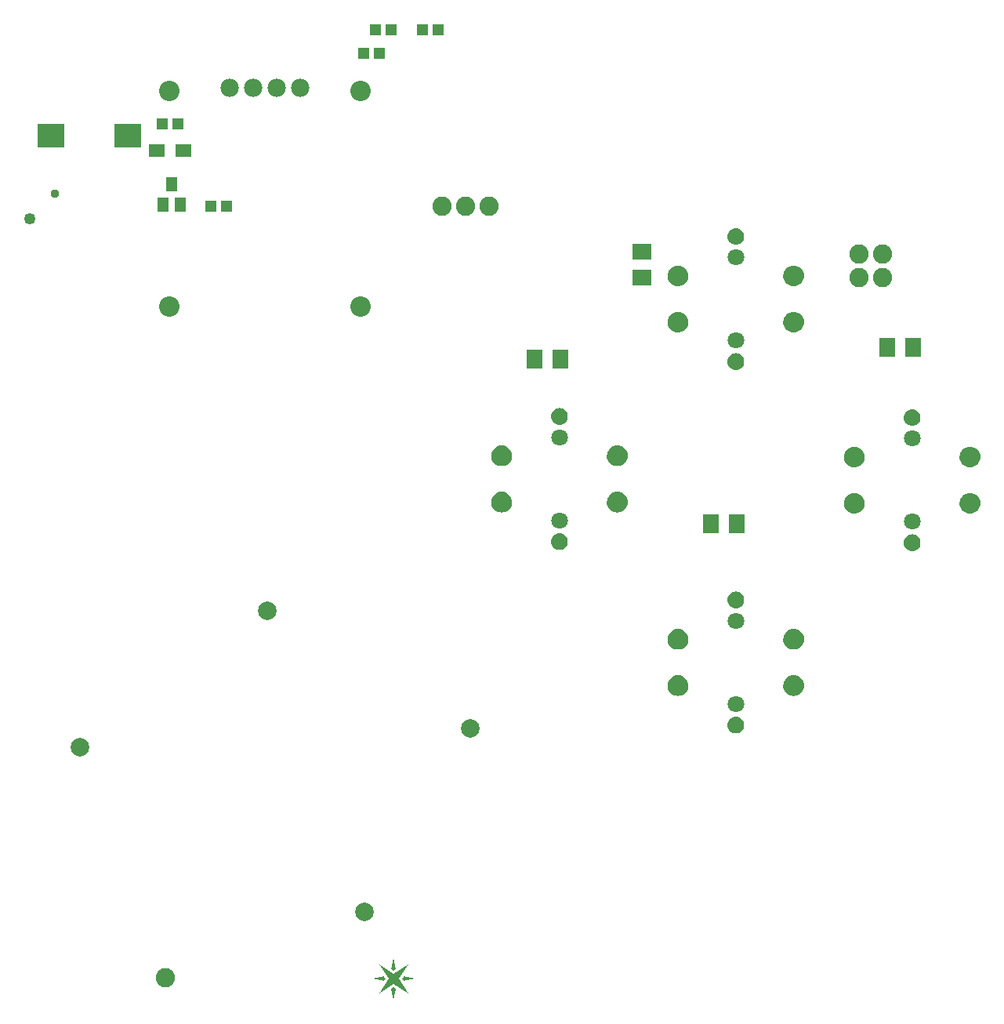
<source format=gbr>
G04 EAGLE Gerber X2 export*
%TF.Part,Single*%
%TF.FileFunction,Soldermask,Bot,1*%
%TF.FilePolarity,Negative*%
%TF.GenerationSoftware,Autodesk,EAGLE,9.1.3*%
%TF.CreationDate,2018-09-06T20:15:37Z*%
G75*
%MOMM*%
%FSLAX34Y34*%
%LPD*%
%AMOC8*
5,1,8,0,0,1.08239X$1,22.5*%
G01*
%ADD10C,1.803200*%
%ADD11R,1.303200X1.203200*%
%ADD12C,2.082800*%
%ADD13C,0.953200*%
%ADD14C,1.253200*%
%ADD15R,1.803200X2.003200*%
%ADD16R,2.003200X1.803200*%
%ADD17C,1.981200*%
%ADD18C,2.203200*%
%ADD19C,2.003200*%
%ADD20R,1.703200X1.403200*%
%ADD21R,2.913200X2.613200*%
%ADD22R,1.203200X1.603200*%

G36*
X1018924Y582460D02*
X1018924Y582460D01*
X1018967Y582472D01*
X1019033Y582479D01*
X1020829Y582961D01*
X1020846Y582969D01*
X1020852Y582970D01*
X1020866Y582978D01*
X1020869Y582980D01*
X1020933Y582999D01*
X1022618Y583784D01*
X1022655Y583810D01*
X1022714Y583840D01*
X1024237Y584906D01*
X1024268Y584938D01*
X1024322Y584977D01*
X1025637Y586292D01*
X1025662Y586329D01*
X1025708Y586377D01*
X1026774Y587900D01*
X1026793Y587941D01*
X1026830Y587996D01*
X1027615Y589681D01*
X1027627Y589724D01*
X1027653Y589785D01*
X1028135Y591581D01*
X1028138Y591626D01*
X1028154Y591690D01*
X1028316Y593543D01*
X1028311Y593591D01*
X1028314Y593668D01*
X1028087Y595722D01*
X1028082Y595740D01*
X1028081Y595746D01*
X1028076Y595759D01*
X1028073Y595768D01*
X1028061Y595843D01*
X1027438Y597814D01*
X1027415Y597856D01*
X1027389Y597928D01*
X1026393Y599739D01*
X1026384Y599749D01*
X1026380Y599759D01*
X1026358Y599783D01*
X1026322Y599841D01*
X1024992Y601423D01*
X1024955Y601453D01*
X1024903Y601510D01*
X1023290Y602801D01*
X1023248Y602824D01*
X1023186Y602869D01*
X1021352Y603821D01*
X1021306Y603835D01*
X1021236Y603867D01*
X1019252Y604443D01*
X1019204Y604448D01*
X1019129Y604466D01*
X1017071Y604644D01*
X1017027Y604640D01*
X1016961Y604644D01*
X1014903Y604466D01*
X1014856Y604454D01*
X1014780Y604443D01*
X1012796Y603867D01*
X1012752Y603846D01*
X1012680Y603821D01*
X1010846Y602869D01*
X1010808Y602840D01*
X1010742Y602801D01*
X1009129Y601510D01*
X1009097Y601473D01*
X1009040Y601423D01*
X1007710Y599841D01*
X1007686Y599799D01*
X1007639Y599739D01*
X1006643Y597928D01*
X1006628Y597882D01*
X1006594Y597814D01*
X1005971Y595843D01*
X1005964Y595796D01*
X1005945Y595722D01*
X1005718Y593668D01*
X1005721Y593620D01*
X1005716Y593543D01*
X1005878Y591690D01*
X1005890Y591647D01*
X1005897Y591581D01*
X1006379Y589785D01*
X1006398Y589745D01*
X1006417Y589681D01*
X1007202Y587996D01*
X1007228Y587959D01*
X1007258Y587900D01*
X1008324Y586377D01*
X1008356Y586346D01*
X1008395Y586292D01*
X1009710Y584977D01*
X1009747Y584952D01*
X1009795Y584906D01*
X1011318Y583840D01*
X1011359Y583821D01*
X1011414Y583784D01*
X1013099Y582999D01*
X1013142Y582987D01*
X1013203Y582961D01*
X1014999Y582479D01*
X1015044Y582476D01*
X1015108Y582460D01*
X1016961Y582298D01*
X1017005Y582302D01*
X1017071Y582298D01*
X1018924Y582460D01*
G37*
G36*
X953392Y828078D02*
X953392Y828078D01*
X953435Y828090D01*
X953501Y828097D01*
X955297Y828579D01*
X955314Y828587D01*
X955320Y828588D01*
X955334Y828596D01*
X955337Y828598D01*
X955401Y828617D01*
X957086Y829402D01*
X957123Y829428D01*
X957182Y829458D01*
X958705Y830524D01*
X958736Y830556D01*
X958790Y830595D01*
X960105Y831910D01*
X960130Y831947D01*
X960176Y831995D01*
X961242Y833518D01*
X961261Y833559D01*
X961298Y833614D01*
X962083Y835299D01*
X962095Y835342D01*
X962121Y835403D01*
X962603Y837199D01*
X962606Y837244D01*
X962622Y837308D01*
X962784Y839161D01*
X962779Y839209D01*
X962782Y839286D01*
X962555Y841340D01*
X962550Y841358D01*
X962549Y841364D01*
X962544Y841377D01*
X962541Y841386D01*
X962529Y841461D01*
X961906Y843432D01*
X961883Y843474D01*
X961857Y843546D01*
X960861Y845357D01*
X960852Y845367D01*
X960848Y845377D01*
X960826Y845401D01*
X960790Y845459D01*
X959460Y847041D01*
X959423Y847071D01*
X959371Y847128D01*
X957758Y848419D01*
X957716Y848442D01*
X957654Y848487D01*
X955820Y849439D01*
X955774Y849453D01*
X955704Y849485D01*
X953720Y850061D01*
X953672Y850066D01*
X953597Y850084D01*
X951539Y850262D01*
X951495Y850258D01*
X951429Y850262D01*
X949371Y850084D01*
X949324Y850072D01*
X949248Y850061D01*
X947264Y849485D01*
X947220Y849464D01*
X947148Y849439D01*
X945314Y848487D01*
X945276Y848458D01*
X945210Y848419D01*
X943597Y847128D01*
X943565Y847091D01*
X943508Y847041D01*
X942178Y845459D01*
X942154Y845417D01*
X942107Y845357D01*
X941111Y843546D01*
X941096Y843500D01*
X941062Y843432D01*
X940439Y841461D01*
X940432Y841414D01*
X940413Y841340D01*
X940186Y839286D01*
X940189Y839238D01*
X940184Y839161D01*
X940346Y837308D01*
X940358Y837265D01*
X940365Y837199D01*
X940847Y835403D01*
X940866Y835363D01*
X940885Y835299D01*
X941670Y833614D01*
X941696Y833577D01*
X941726Y833518D01*
X942792Y831995D01*
X942824Y831964D01*
X942863Y831910D01*
X944178Y830595D01*
X944215Y830570D01*
X944263Y830524D01*
X945786Y829458D01*
X945827Y829439D01*
X945882Y829402D01*
X947567Y828617D01*
X947610Y828605D01*
X947671Y828579D01*
X949467Y828097D01*
X949512Y828094D01*
X949576Y828078D01*
X951429Y827916D01*
X951473Y827920D01*
X951539Y827916D01*
X953392Y828078D01*
G37*
G36*
X828424Y828078D02*
X828424Y828078D01*
X828467Y828090D01*
X828533Y828097D01*
X830329Y828579D01*
X830346Y828587D01*
X830352Y828588D01*
X830366Y828596D01*
X830369Y828598D01*
X830433Y828617D01*
X832118Y829402D01*
X832155Y829428D01*
X832214Y829458D01*
X833737Y830524D01*
X833768Y830556D01*
X833822Y830595D01*
X835137Y831910D01*
X835162Y831947D01*
X835208Y831995D01*
X836274Y833518D01*
X836293Y833559D01*
X836330Y833614D01*
X837115Y835299D01*
X837127Y835342D01*
X837153Y835403D01*
X837635Y837199D01*
X837638Y837244D01*
X837654Y837308D01*
X837816Y839161D01*
X837811Y839209D01*
X837814Y839286D01*
X837587Y841340D01*
X837582Y841358D01*
X837581Y841364D01*
X837576Y841377D01*
X837573Y841386D01*
X837561Y841461D01*
X836938Y843432D01*
X836915Y843474D01*
X836889Y843546D01*
X835893Y845357D01*
X835884Y845367D01*
X835880Y845377D01*
X835858Y845401D01*
X835822Y845459D01*
X834492Y847041D01*
X834455Y847071D01*
X834403Y847128D01*
X832790Y848419D01*
X832748Y848442D01*
X832686Y848487D01*
X830852Y849439D01*
X830806Y849453D01*
X830736Y849485D01*
X828752Y850061D01*
X828704Y850066D01*
X828629Y850084D01*
X826571Y850262D01*
X826527Y850258D01*
X826461Y850262D01*
X824403Y850084D01*
X824356Y850072D01*
X824280Y850061D01*
X822296Y849485D01*
X822252Y849464D01*
X822180Y849439D01*
X820346Y848487D01*
X820308Y848458D01*
X820242Y848419D01*
X818629Y847128D01*
X818597Y847091D01*
X818540Y847041D01*
X817210Y845459D01*
X817186Y845417D01*
X817139Y845357D01*
X816143Y843546D01*
X816128Y843500D01*
X816094Y843432D01*
X815471Y841461D01*
X815464Y841414D01*
X815445Y841340D01*
X815218Y839286D01*
X815221Y839238D01*
X815216Y839161D01*
X815378Y837308D01*
X815390Y837265D01*
X815397Y837199D01*
X815879Y835403D01*
X815898Y835363D01*
X815917Y835299D01*
X816702Y833614D01*
X816728Y833577D01*
X816758Y833518D01*
X817824Y831995D01*
X817856Y831964D01*
X817895Y831910D01*
X819210Y830595D01*
X819247Y830570D01*
X819295Y830524D01*
X820818Y829458D01*
X820859Y829439D01*
X820914Y829402D01*
X822599Y828617D01*
X822642Y828605D01*
X822703Y828579D01*
X824499Y828097D01*
X824544Y828094D01*
X824608Y828078D01*
X826461Y827916D01*
X826505Y827920D01*
X826571Y827916D01*
X828424Y828078D01*
G37*
G36*
X953392Y778040D02*
X953392Y778040D01*
X953435Y778052D01*
X953501Y778059D01*
X955297Y778541D01*
X955314Y778549D01*
X955320Y778550D01*
X955334Y778558D01*
X955337Y778560D01*
X955401Y778579D01*
X957086Y779364D01*
X957123Y779390D01*
X957182Y779420D01*
X958705Y780486D01*
X958736Y780518D01*
X958790Y780557D01*
X960105Y781872D01*
X960130Y781909D01*
X960176Y781957D01*
X961242Y783480D01*
X961261Y783521D01*
X961298Y783576D01*
X962083Y785261D01*
X962095Y785304D01*
X962121Y785365D01*
X962603Y787161D01*
X962606Y787206D01*
X962622Y787270D01*
X962784Y789123D01*
X962779Y789171D01*
X962782Y789248D01*
X962555Y791302D01*
X962550Y791320D01*
X962549Y791326D01*
X962544Y791339D01*
X962541Y791348D01*
X962529Y791423D01*
X961906Y793394D01*
X961883Y793436D01*
X961857Y793508D01*
X960861Y795319D01*
X960852Y795329D01*
X960848Y795339D01*
X960826Y795363D01*
X960790Y795421D01*
X959460Y797003D01*
X959423Y797033D01*
X959371Y797090D01*
X957758Y798381D01*
X957716Y798404D01*
X957654Y798449D01*
X955820Y799401D01*
X955774Y799415D01*
X955704Y799447D01*
X953720Y800023D01*
X953672Y800028D01*
X953597Y800046D01*
X951539Y800224D01*
X951495Y800220D01*
X951429Y800224D01*
X949371Y800046D01*
X949324Y800034D01*
X949248Y800023D01*
X947264Y799447D01*
X947220Y799426D01*
X947148Y799401D01*
X945314Y798449D01*
X945276Y798420D01*
X945210Y798381D01*
X943597Y797090D01*
X943565Y797053D01*
X943508Y797003D01*
X942178Y795421D01*
X942154Y795379D01*
X942107Y795319D01*
X941111Y793508D01*
X941096Y793462D01*
X941062Y793394D01*
X940439Y791423D01*
X940432Y791376D01*
X940413Y791302D01*
X940186Y789248D01*
X940189Y789200D01*
X940184Y789123D01*
X940346Y787270D01*
X940358Y787227D01*
X940365Y787161D01*
X940847Y785365D01*
X940866Y785325D01*
X940885Y785261D01*
X941670Y783576D01*
X941696Y783539D01*
X941726Y783480D01*
X942792Y781957D01*
X942824Y781926D01*
X942863Y781872D01*
X944178Y780557D01*
X944215Y780532D01*
X944263Y780486D01*
X945786Y779420D01*
X945827Y779401D01*
X945882Y779364D01*
X947567Y778579D01*
X947610Y778567D01*
X947671Y778541D01*
X949467Y778059D01*
X949512Y778056D01*
X949576Y778040D01*
X951429Y777878D01*
X951473Y777882D01*
X951539Y777878D01*
X953392Y778040D01*
G37*
G36*
X828424Y778040D02*
X828424Y778040D01*
X828467Y778052D01*
X828533Y778059D01*
X830329Y778541D01*
X830346Y778549D01*
X830352Y778550D01*
X830366Y778558D01*
X830369Y778560D01*
X830433Y778579D01*
X832118Y779364D01*
X832155Y779390D01*
X832214Y779420D01*
X833737Y780486D01*
X833768Y780518D01*
X833822Y780557D01*
X835137Y781872D01*
X835162Y781909D01*
X835208Y781957D01*
X836274Y783480D01*
X836293Y783521D01*
X836330Y783576D01*
X837115Y785261D01*
X837127Y785304D01*
X837153Y785365D01*
X837635Y787161D01*
X837638Y787206D01*
X837654Y787270D01*
X837816Y789123D01*
X837811Y789171D01*
X837814Y789248D01*
X837587Y791302D01*
X837582Y791320D01*
X837581Y791326D01*
X837576Y791339D01*
X837573Y791348D01*
X837561Y791423D01*
X836938Y793394D01*
X836915Y793436D01*
X836889Y793508D01*
X835893Y795319D01*
X835884Y795329D01*
X835880Y795339D01*
X835858Y795363D01*
X835822Y795421D01*
X834492Y797003D01*
X834455Y797033D01*
X834403Y797090D01*
X832790Y798381D01*
X832748Y798404D01*
X832686Y798449D01*
X830852Y799401D01*
X830806Y799415D01*
X830736Y799447D01*
X828752Y800023D01*
X828704Y800028D01*
X828629Y800046D01*
X826571Y800224D01*
X826527Y800220D01*
X826461Y800224D01*
X824403Y800046D01*
X824356Y800034D01*
X824280Y800023D01*
X822296Y799447D01*
X822252Y799426D01*
X822180Y799401D01*
X820346Y798449D01*
X820308Y798420D01*
X820242Y798381D01*
X818629Y797090D01*
X818597Y797053D01*
X818540Y797003D01*
X817210Y795421D01*
X817186Y795379D01*
X817139Y795319D01*
X816143Y793508D01*
X816128Y793462D01*
X816094Y793394D01*
X815471Y791423D01*
X815464Y791376D01*
X815445Y791302D01*
X815218Y789248D01*
X815221Y789200D01*
X815216Y789123D01*
X815378Y787270D01*
X815390Y787227D01*
X815397Y787161D01*
X815879Y785365D01*
X815898Y785325D01*
X815917Y785261D01*
X816702Y783576D01*
X816728Y783539D01*
X816758Y783480D01*
X817824Y781957D01*
X817856Y781926D01*
X817895Y781872D01*
X819210Y780557D01*
X819247Y780532D01*
X819295Y780486D01*
X820818Y779420D01*
X820859Y779401D01*
X820914Y779364D01*
X822599Y778579D01*
X822642Y778567D01*
X822703Y778541D01*
X824499Y778059D01*
X824544Y778056D01*
X824608Y778040D01*
X826461Y777878D01*
X826505Y777882D01*
X826571Y777878D01*
X828424Y778040D01*
G37*
G36*
X953392Y435648D02*
X953392Y435648D01*
X953435Y435660D01*
X953501Y435667D01*
X955297Y436149D01*
X955314Y436157D01*
X955320Y436158D01*
X955334Y436166D01*
X955337Y436168D01*
X955401Y436187D01*
X957086Y436972D01*
X957123Y436998D01*
X957182Y437028D01*
X958705Y438094D01*
X958736Y438126D01*
X958790Y438165D01*
X960105Y439480D01*
X960130Y439517D01*
X960176Y439565D01*
X961242Y441088D01*
X961261Y441129D01*
X961298Y441184D01*
X962083Y442869D01*
X962095Y442912D01*
X962121Y442973D01*
X962603Y444769D01*
X962606Y444814D01*
X962622Y444878D01*
X962784Y446731D01*
X962779Y446779D01*
X962782Y446856D01*
X962555Y448910D01*
X962550Y448928D01*
X962549Y448934D01*
X962544Y448947D01*
X962541Y448956D01*
X962529Y449031D01*
X961906Y451002D01*
X961883Y451044D01*
X961857Y451116D01*
X960861Y452927D01*
X960852Y452937D01*
X960848Y452947D01*
X960826Y452971D01*
X960790Y453029D01*
X959460Y454611D01*
X959423Y454641D01*
X959371Y454698D01*
X957758Y455989D01*
X957716Y456012D01*
X957654Y456057D01*
X955820Y457009D01*
X955774Y457023D01*
X955704Y457055D01*
X953720Y457631D01*
X953672Y457636D01*
X953597Y457654D01*
X951539Y457832D01*
X951495Y457828D01*
X951429Y457832D01*
X949371Y457654D01*
X949324Y457642D01*
X949248Y457631D01*
X947264Y457055D01*
X947220Y457034D01*
X947148Y457009D01*
X945314Y456057D01*
X945276Y456028D01*
X945210Y455989D01*
X943597Y454698D01*
X943565Y454661D01*
X943508Y454611D01*
X942178Y453029D01*
X942154Y452987D01*
X942107Y452927D01*
X941111Y451116D01*
X941096Y451070D01*
X941062Y451002D01*
X940439Y449031D01*
X940432Y448984D01*
X940413Y448910D01*
X940186Y446856D01*
X940189Y446808D01*
X940184Y446731D01*
X940346Y444878D01*
X940358Y444835D01*
X940365Y444769D01*
X940847Y442973D01*
X940866Y442933D01*
X940885Y442869D01*
X941670Y441184D01*
X941696Y441147D01*
X941726Y441088D01*
X942792Y439565D01*
X942824Y439534D01*
X942863Y439480D01*
X944178Y438165D01*
X944215Y438140D01*
X944263Y438094D01*
X945786Y437028D01*
X945827Y437009D01*
X945882Y436972D01*
X947567Y436187D01*
X947610Y436175D01*
X947671Y436149D01*
X949467Y435667D01*
X949512Y435664D01*
X949576Y435648D01*
X951429Y435486D01*
X951473Y435490D01*
X951539Y435486D01*
X953392Y435648D01*
G37*
G36*
X828424Y385610D02*
X828424Y385610D01*
X828467Y385622D01*
X828533Y385629D01*
X830329Y386111D01*
X830346Y386119D01*
X830352Y386120D01*
X830366Y386128D01*
X830369Y386130D01*
X830433Y386149D01*
X832118Y386934D01*
X832155Y386960D01*
X832214Y386990D01*
X833737Y388056D01*
X833768Y388088D01*
X833822Y388127D01*
X835137Y389442D01*
X835162Y389479D01*
X835208Y389527D01*
X836274Y391050D01*
X836293Y391091D01*
X836330Y391146D01*
X837115Y392831D01*
X837127Y392874D01*
X837153Y392935D01*
X837635Y394731D01*
X837638Y394776D01*
X837654Y394840D01*
X837816Y396693D01*
X837811Y396741D01*
X837814Y396818D01*
X837587Y398872D01*
X837582Y398890D01*
X837581Y398896D01*
X837576Y398909D01*
X837573Y398918D01*
X837561Y398993D01*
X836938Y400964D01*
X836915Y401006D01*
X836889Y401078D01*
X835893Y402889D01*
X835884Y402899D01*
X835880Y402909D01*
X835858Y402933D01*
X835822Y402991D01*
X834492Y404573D01*
X834455Y404603D01*
X834403Y404660D01*
X832790Y405951D01*
X832748Y405974D01*
X832686Y406019D01*
X830852Y406971D01*
X830806Y406985D01*
X830736Y407017D01*
X828752Y407593D01*
X828704Y407598D01*
X828629Y407616D01*
X826571Y407794D01*
X826527Y407790D01*
X826461Y407794D01*
X824403Y407616D01*
X824356Y407604D01*
X824280Y407593D01*
X822296Y407017D01*
X822252Y406996D01*
X822180Y406971D01*
X820346Y406019D01*
X820308Y405990D01*
X820242Y405951D01*
X818629Y404660D01*
X818597Y404623D01*
X818540Y404573D01*
X817210Y402991D01*
X817186Y402949D01*
X817139Y402889D01*
X816143Y401078D01*
X816128Y401032D01*
X816094Y400964D01*
X815471Y398993D01*
X815464Y398946D01*
X815445Y398872D01*
X815218Y396818D01*
X815221Y396770D01*
X815216Y396693D01*
X815378Y394840D01*
X815390Y394797D01*
X815397Y394731D01*
X815879Y392935D01*
X815898Y392895D01*
X815917Y392831D01*
X816702Y391146D01*
X816728Y391109D01*
X816758Y391050D01*
X817824Y389527D01*
X817856Y389496D01*
X817895Y389442D01*
X819210Y388127D01*
X819247Y388102D01*
X819295Y388056D01*
X820818Y386990D01*
X820859Y386971D01*
X820914Y386934D01*
X822599Y386149D01*
X822642Y386137D01*
X822703Y386111D01*
X824499Y385629D01*
X824544Y385626D01*
X824608Y385610D01*
X826461Y385448D01*
X826505Y385452D01*
X826571Y385448D01*
X828424Y385610D01*
G37*
G36*
X953392Y385610D02*
X953392Y385610D01*
X953435Y385622D01*
X953501Y385629D01*
X955297Y386111D01*
X955314Y386119D01*
X955320Y386120D01*
X955334Y386128D01*
X955337Y386130D01*
X955401Y386149D01*
X957086Y386934D01*
X957123Y386960D01*
X957182Y386990D01*
X958705Y388056D01*
X958736Y388088D01*
X958790Y388127D01*
X960105Y389442D01*
X960130Y389479D01*
X960176Y389527D01*
X961242Y391050D01*
X961261Y391091D01*
X961298Y391146D01*
X962083Y392831D01*
X962095Y392874D01*
X962121Y392935D01*
X962603Y394731D01*
X962606Y394776D01*
X962622Y394840D01*
X962784Y396693D01*
X962779Y396741D01*
X962782Y396818D01*
X962555Y398872D01*
X962550Y398890D01*
X962549Y398896D01*
X962544Y398909D01*
X962541Y398918D01*
X962529Y398993D01*
X961906Y400964D01*
X961883Y401006D01*
X961857Y401078D01*
X960861Y402889D01*
X960852Y402899D01*
X960848Y402909D01*
X960826Y402933D01*
X960790Y402991D01*
X959460Y404573D01*
X959423Y404603D01*
X959371Y404660D01*
X957758Y405951D01*
X957716Y405974D01*
X957654Y406019D01*
X955820Y406971D01*
X955774Y406985D01*
X955704Y407017D01*
X953720Y407593D01*
X953672Y407598D01*
X953597Y407616D01*
X951539Y407794D01*
X951495Y407790D01*
X951429Y407794D01*
X949371Y407616D01*
X949324Y407604D01*
X949248Y407593D01*
X947264Y407017D01*
X947220Y406996D01*
X947148Y406971D01*
X945314Y406019D01*
X945276Y405990D01*
X945210Y405951D01*
X943597Y404660D01*
X943565Y404623D01*
X943508Y404573D01*
X942178Y402991D01*
X942154Y402949D01*
X942107Y402889D01*
X941111Y401078D01*
X941096Y401032D01*
X941062Y400964D01*
X940439Y398993D01*
X940432Y398946D01*
X940413Y398872D01*
X940186Y396818D01*
X940189Y396770D01*
X940184Y396693D01*
X940346Y394840D01*
X940358Y394797D01*
X940365Y394731D01*
X940847Y392935D01*
X940866Y392895D01*
X940885Y392831D01*
X941670Y391146D01*
X941696Y391109D01*
X941726Y391050D01*
X942792Y389527D01*
X942824Y389496D01*
X942863Y389442D01*
X944178Y388127D01*
X944215Y388102D01*
X944263Y388056D01*
X945786Y386990D01*
X945827Y386971D01*
X945882Y386934D01*
X947567Y386149D01*
X947610Y386137D01*
X947671Y386111D01*
X949467Y385629D01*
X949512Y385626D01*
X949576Y385610D01*
X951429Y385448D01*
X951473Y385452D01*
X951539Y385448D01*
X953392Y385610D01*
G37*
G36*
X762892Y633768D02*
X762892Y633768D01*
X762935Y633780D01*
X763001Y633787D01*
X764797Y634269D01*
X764814Y634277D01*
X764820Y634278D01*
X764834Y634286D01*
X764837Y634288D01*
X764901Y634307D01*
X766586Y635092D01*
X766623Y635118D01*
X766682Y635148D01*
X768205Y636214D01*
X768236Y636246D01*
X768290Y636285D01*
X769605Y637600D01*
X769630Y637637D01*
X769676Y637685D01*
X770742Y639208D01*
X770761Y639249D01*
X770798Y639304D01*
X771583Y640989D01*
X771595Y641032D01*
X771621Y641093D01*
X772103Y642889D01*
X772106Y642934D01*
X772122Y642998D01*
X772284Y644851D01*
X772279Y644899D01*
X772282Y644976D01*
X772055Y647030D01*
X772050Y647048D01*
X772049Y647054D01*
X772044Y647067D01*
X772041Y647076D01*
X772029Y647151D01*
X771406Y649122D01*
X771383Y649164D01*
X771357Y649236D01*
X770361Y651047D01*
X770352Y651057D01*
X770348Y651067D01*
X770326Y651091D01*
X770290Y651149D01*
X768960Y652731D01*
X768923Y652761D01*
X768871Y652818D01*
X767258Y654109D01*
X767216Y654132D01*
X767154Y654177D01*
X765320Y655129D01*
X765274Y655143D01*
X765204Y655175D01*
X763220Y655751D01*
X763172Y655756D01*
X763097Y655774D01*
X761039Y655952D01*
X760995Y655948D01*
X760929Y655952D01*
X758871Y655774D01*
X758824Y655762D01*
X758748Y655751D01*
X756764Y655175D01*
X756720Y655154D01*
X756648Y655129D01*
X754814Y654177D01*
X754776Y654148D01*
X754710Y654109D01*
X753097Y652818D01*
X753065Y652781D01*
X753008Y652731D01*
X751678Y651149D01*
X751654Y651107D01*
X751607Y651047D01*
X750611Y649236D01*
X750596Y649190D01*
X750562Y649122D01*
X749939Y647151D01*
X749932Y647104D01*
X749913Y647030D01*
X749686Y644976D01*
X749689Y644928D01*
X749684Y644851D01*
X749846Y642998D01*
X749858Y642955D01*
X749865Y642889D01*
X750347Y641093D01*
X750366Y641053D01*
X750385Y640989D01*
X751170Y639304D01*
X751196Y639267D01*
X751226Y639208D01*
X752292Y637685D01*
X752324Y637654D01*
X752363Y637600D01*
X753678Y636285D01*
X753715Y636260D01*
X753763Y636214D01*
X755286Y635148D01*
X755327Y635129D01*
X755382Y635092D01*
X757067Y634307D01*
X757110Y634295D01*
X757171Y634269D01*
X758967Y633787D01*
X759012Y633784D01*
X759076Y633768D01*
X760929Y633606D01*
X760973Y633610D01*
X761039Y633606D01*
X762892Y633768D01*
G37*
G36*
X637924Y633768D02*
X637924Y633768D01*
X637967Y633780D01*
X638033Y633787D01*
X639829Y634269D01*
X639846Y634277D01*
X639852Y634278D01*
X639866Y634286D01*
X639869Y634288D01*
X639933Y634307D01*
X641618Y635092D01*
X641655Y635118D01*
X641714Y635148D01*
X643237Y636214D01*
X643268Y636246D01*
X643322Y636285D01*
X644637Y637600D01*
X644662Y637637D01*
X644708Y637685D01*
X645774Y639208D01*
X645793Y639249D01*
X645830Y639304D01*
X646615Y640989D01*
X646627Y641032D01*
X646653Y641093D01*
X647135Y642889D01*
X647138Y642934D01*
X647154Y642998D01*
X647316Y644851D01*
X647311Y644899D01*
X647314Y644976D01*
X647087Y647030D01*
X647082Y647048D01*
X647081Y647054D01*
X647076Y647067D01*
X647073Y647076D01*
X647061Y647151D01*
X646438Y649122D01*
X646415Y649164D01*
X646389Y649236D01*
X645393Y651047D01*
X645384Y651057D01*
X645380Y651067D01*
X645358Y651091D01*
X645322Y651149D01*
X643992Y652731D01*
X643955Y652761D01*
X643903Y652818D01*
X642290Y654109D01*
X642248Y654132D01*
X642186Y654177D01*
X640352Y655129D01*
X640306Y655143D01*
X640236Y655175D01*
X638252Y655751D01*
X638204Y655756D01*
X638129Y655774D01*
X636071Y655952D01*
X636027Y655948D01*
X635961Y655952D01*
X633903Y655774D01*
X633856Y655762D01*
X633780Y655751D01*
X631796Y655175D01*
X631752Y655154D01*
X631680Y655129D01*
X629846Y654177D01*
X629808Y654148D01*
X629742Y654109D01*
X628129Y652818D01*
X628097Y652781D01*
X628040Y652731D01*
X626710Y651149D01*
X626686Y651107D01*
X626639Y651047D01*
X625643Y649236D01*
X625628Y649190D01*
X625594Y649122D01*
X624971Y647151D01*
X624964Y647104D01*
X624945Y647030D01*
X624718Y644976D01*
X624721Y644928D01*
X624716Y644851D01*
X624878Y642998D01*
X624890Y642955D01*
X624897Y642889D01*
X625379Y641093D01*
X625398Y641053D01*
X625417Y640989D01*
X626202Y639304D01*
X626228Y639267D01*
X626258Y639208D01*
X627324Y637685D01*
X627356Y637654D01*
X627395Y637600D01*
X628710Y636285D01*
X628747Y636260D01*
X628795Y636214D01*
X630318Y635148D01*
X630359Y635129D01*
X630414Y635092D01*
X632099Y634307D01*
X632142Y634295D01*
X632203Y634269D01*
X633999Y633787D01*
X634044Y633784D01*
X634108Y633768D01*
X635961Y633606D01*
X636005Y633610D01*
X636071Y633606D01*
X637924Y633768D01*
G37*
G36*
X1143892Y632498D02*
X1143892Y632498D01*
X1143935Y632510D01*
X1144001Y632517D01*
X1145797Y632999D01*
X1145814Y633007D01*
X1145820Y633008D01*
X1145834Y633016D01*
X1145837Y633018D01*
X1145901Y633037D01*
X1147586Y633822D01*
X1147623Y633848D01*
X1147682Y633878D01*
X1149205Y634944D01*
X1149236Y634976D01*
X1149290Y635015D01*
X1150605Y636330D01*
X1150630Y636367D01*
X1150676Y636415D01*
X1151742Y637938D01*
X1151761Y637979D01*
X1151798Y638034D01*
X1152583Y639719D01*
X1152595Y639762D01*
X1152621Y639823D01*
X1153103Y641619D01*
X1153106Y641664D01*
X1153122Y641728D01*
X1153284Y643581D01*
X1153279Y643629D01*
X1153282Y643706D01*
X1153055Y645760D01*
X1153050Y645778D01*
X1153049Y645784D01*
X1153044Y645797D01*
X1153041Y645806D01*
X1153029Y645881D01*
X1152406Y647852D01*
X1152383Y647894D01*
X1152357Y647966D01*
X1151361Y649777D01*
X1151352Y649787D01*
X1151348Y649797D01*
X1151326Y649821D01*
X1151290Y649879D01*
X1149960Y651461D01*
X1149923Y651491D01*
X1149871Y651548D01*
X1148258Y652839D01*
X1148216Y652862D01*
X1148154Y652907D01*
X1146320Y653859D01*
X1146274Y653873D01*
X1146204Y653905D01*
X1144220Y654481D01*
X1144172Y654486D01*
X1144097Y654504D01*
X1142039Y654682D01*
X1141995Y654678D01*
X1141929Y654682D01*
X1139871Y654504D01*
X1139824Y654492D01*
X1139748Y654481D01*
X1137764Y653905D01*
X1137720Y653884D01*
X1137648Y653859D01*
X1135814Y652907D01*
X1135776Y652878D01*
X1135710Y652839D01*
X1134097Y651548D01*
X1134065Y651511D01*
X1134008Y651461D01*
X1132678Y649879D01*
X1132654Y649837D01*
X1132607Y649777D01*
X1131611Y647966D01*
X1131596Y647920D01*
X1131562Y647852D01*
X1130939Y645881D01*
X1130932Y645834D01*
X1130913Y645760D01*
X1130686Y643706D01*
X1130689Y643658D01*
X1130684Y643581D01*
X1130846Y641728D01*
X1130858Y641685D01*
X1130865Y641619D01*
X1131347Y639823D01*
X1131366Y639783D01*
X1131385Y639719D01*
X1132170Y638034D01*
X1132196Y637997D01*
X1132226Y637938D01*
X1133292Y636415D01*
X1133324Y636384D01*
X1133363Y636330D01*
X1134678Y635015D01*
X1134715Y634990D01*
X1134763Y634944D01*
X1136286Y633878D01*
X1136327Y633859D01*
X1136382Y633822D01*
X1138067Y633037D01*
X1138110Y633025D01*
X1138171Y632999D01*
X1139967Y632517D01*
X1140012Y632514D01*
X1140076Y632498D01*
X1141929Y632336D01*
X1141973Y632340D01*
X1142039Y632336D01*
X1143892Y632498D01*
G37*
G36*
X1018924Y632498D02*
X1018924Y632498D01*
X1018967Y632510D01*
X1019033Y632517D01*
X1020829Y632999D01*
X1020846Y633007D01*
X1020852Y633008D01*
X1020866Y633016D01*
X1020869Y633018D01*
X1020933Y633037D01*
X1022618Y633822D01*
X1022655Y633848D01*
X1022714Y633878D01*
X1024237Y634944D01*
X1024268Y634976D01*
X1024322Y635015D01*
X1025637Y636330D01*
X1025662Y636367D01*
X1025708Y636415D01*
X1026774Y637938D01*
X1026793Y637979D01*
X1026830Y638034D01*
X1027615Y639719D01*
X1027627Y639762D01*
X1027653Y639823D01*
X1028135Y641619D01*
X1028138Y641664D01*
X1028154Y641728D01*
X1028316Y643581D01*
X1028311Y643629D01*
X1028314Y643706D01*
X1028087Y645760D01*
X1028082Y645778D01*
X1028081Y645784D01*
X1028076Y645797D01*
X1028073Y645806D01*
X1028061Y645881D01*
X1027438Y647852D01*
X1027415Y647894D01*
X1027389Y647966D01*
X1026393Y649777D01*
X1026384Y649787D01*
X1026380Y649797D01*
X1026358Y649821D01*
X1026322Y649879D01*
X1024992Y651461D01*
X1024955Y651491D01*
X1024903Y651548D01*
X1023290Y652839D01*
X1023248Y652862D01*
X1023186Y652907D01*
X1021352Y653859D01*
X1021306Y653873D01*
X1021236Y653905D01*
X1019252Y654481D01*
X1019204Y654486D01*
X1019129Y654504D01*
X1017071Y654682D01*
X1017027Y654678D01*
X1016961Y654682D01*
X1014903Y654504D01*
X1014856Y654492D01*
X1014780Y654481D01*
X1012796Y653905D01*
X1012752Y653884D01*
X1012680Y653859D01*
X1010846Y652907D01*
X1010808Y652878D01*
X1010742Y652839D01*
X1009129Y651548D01*
X1009097Y651511D01*
X1009040Y651461D01*
X1007710Y649879D01*
X1007686Y649837D01*
X1007639Y649777D01*
X1006643Y647966D01*
X1006628Y647920D01*
X1006594Y647852D01*
X1005971Y645881D01*
X1005964Y645834D01*
X1005945Y645760D01*
X1005718Y643706D01*
X1005721Y643658D01*
X1005716Y643581D01*
X1005878Y641728D01*
X1005890Y641685D01*
X1005897Y641619D01*
X1006379Y639823D01*
X1006398Y639783D01*
X1006417Y639719D01*
X1007202Y638034D01*
X1007228Y637997D01*
X1007258Y637938D01*
X1008324Y636415D01*
X1008356Y636384D01*
X1008395Y636330D01*
X1009710Y635015D01*
X1009747Y634990D01*
X1009795Y634944D01*
X1011318Y633878D01*
X1011359Y633859D01*
X1011414Y633822D01*
X1013099Y633037D01*
X1013142Y633025D01*
X1013203Y632999D01*
X1014999Y632517D01*
X1015044Y632514D01*
X1015108Y632498D01*
X1016961Y632336D01*
X1017005Y632340D01*
X1017071Y632336D01*
X1018924Y632498D01*
G37*
G36*
X637924Y583730D02*
X637924Y583730D01*
X637967Y583742D01*
X638033Y583749D01*
X639829Y584231D01*
X639846Y584239D01*
X639852Y584240D01*
X639866Y584248D01*
X639869Y584250D01*
X639933Y584269D01*
X641618Y585054D01*
X641655Y585080D01*
X641714Y585110D01*
X643237Y586176D01*
X643268Y586208D01*
X643322Y586247D01*
X644637Y587562D01*
X644662Y587599D01*
X644708Y587647D01*
X645774Y589170D01*
X645793Y589211D01*
X645830Y589266D01*
X646615Y590951D01*
X646627Y590994D01*
X646653Y591055D01*
X647135Y592851D01*
X647138Y592896D01*
X647154Y592960D01*
X647316Y594813D01*
X647311Y594861D01*
X647314Y594938D01*
X647087Y596992D01*
X647082Y597010D01*
X647081Y597016D01*
X647076Y597029D01*
X647073Y597038D01*
X647061Y597113D01*
X646438Y599084D01*
X646415Y599126D01*
X646389Y599198D01*
X645393Y601009D01*
X645384Y601019D01*
X645380Y601029D01*
X645358Y601053D01*
X645322Y601111D01*
X643992Y602693D01*
X643955Y602723D01*
X643903Y602780D01*
X642290Y604071D01*
X642248Y604094D01*
X642186Y604139D01*
X640352Y605091D01*
X640306Y605105D01*
X640236Y605137D01*
X638252Y605713D01*
X638204Y605718D01*
X638129Y605736D01*
X636071Y605914D01*
X636027Y605910D01*
X635961Y605914D01*
X633903Y605736D01*
X633856Y605724D01*
X633780Y605713D01*
X631796Y605137D01*
X631752Y605116D01*
X631680Y605091D01*
X629846Y604139D01*
X629808Y604110D01*
X629742Y604071D01*
X628129Y602780D01*
X628097Y602743D01*
X628040Y602693D01*
X626710Y601111D01*
X626686Y601069D01*
X626639Y601009D01*
X625643Y599198D01*
X625628Y599152D01*
X625594Y599084D01*
X624971Y597113D01*
X624964Y597066D01*
X624945Y596992D01*
X624718Y594938D01*
X624721Y594890D01*
X624716Y594813D01*
X624878Y592960D01*
X624890Y592917D01*
X624897Y592851D01*
X625379Y591055D01*
X625398Y591015D01*
X625417Y590951D01*
X626202Y589266D01*
X626228Y589229D01*
X626258Y589170D01*
X627324Y587647D01*
X627356Y587616D01*
X627395Y587562D01*
X628710Y586247D01*
X628747Y586222D01*
X628795Y586176D01*
X630318Y585110D01*
X630359Y585091D01*
X630414Y585054D01*
X632099Y584269D01*
X632142Y584257D01*
X632203Y584231D01*
X633999Y583749D01*
X634044Y583746D01*
X634108Y583730D01*
X635961Y583568D01*
X636005Y583572D01*
X636071Y583568D01*
X637924Y583730D01*
G37*
G36*
X762892Y583730D02*
X762892Y583730D01*
X762935Y583742D01*
X763001Y583749D01*
X764797Y584231D01*
X764814Y584239D01*
X764820Y584240D01*
X764834Y584248D01*
X764837Y584250D01*
X764901Y584269D01*
X766586Y585054D01*
X766623Y585080D01*
X766682Y585110D01*
X768205Y586176D01*
X768236Y586208D01*
X768290Y586247D01*
X769605Y587562D01*
X769630Y587599D01*
X769676Y587647D01*
X770742Y589170D01*
X770761Y589211D01*
X770798Y589266D01*
X771583Y590951D01*
X771595Y590994D01*
X771621Y591055D01*
X772103Y592851D01*
X772106Y592896D01*
X772122Y592960D01*
X772284Y594813D01*
X772279Y594861D01*
X772282Y594938D01*
X772055Y596992D01*
X772050Y597010D01*
X772049Y597016D01*
X772044Y597029D01*
X772041Y597038D01*
X772029Y597113D01*
X771406Y599084D01*
X771383Y599126D01*
X771357Y599198D01*
X770361Y601009D01*
X770352Y601019D01*
X770348Y601029D01*
X770326Y601053D01*
X770290Y601111D01*
X768960Y602693D01*
X768923Y602723D01*
X768871Y602780D01*
X767258Y604071D01*
X767216Y604094D01*
X767154Y604139D01*
X765320Y605091D01*
X765274Y605105D01*
X765204Y605137D01*
X763220Y605713D01*
X763172Y605718D01*
X763097Y605736D01*
X761039Y605914D01*
X760995Y605910D01*
X760929Y605914D01*
X758871Y605736D01*
X758824Y605724D01*
X758748Y605713D01*
X756764Y605137D01*
X756720Y605116D01*
X756648Y605091D01*
X754814Y604139D01*
X754776Y604110D01*
X754710Y604071D01*
X753097Y602780D01*
X753065Y602743D01*
X753008Y602693D01*
X751678Y601111D01*
X751654Y601069D01*
X751607Y601009D01*
X750611Y599198D01*
X750596Y599152D01*
X750562Y599084D01*
X749939Y597113D01*
X749932Y597066D01*
X749913Y596992D01*
X749686Y594938D01*
X749689Y594890D01*
X749684Y594813D01*
X749846Y592960D01*
X749858Y592917D01*
X749865Y592851D01*
X750347Y591055D01*
X750366Y591015D01*
X750385Y590951D01*
X751170Y589266D01*
X751196Y589229D01*
X751226Y589170D01*
X752292Y587647D01*
X752324Y587616D01*
X752363Y587562D01*
X753678Y586247D01*
X753715Y586222D01*
X753763Y586176D01*
X755286Y585110D01*
X755327Y585091D01*
X755382Y585054D01*
X757067Y584269D01*
X757110Y584257D01*
X757171Y584231D01*
X758967Y583749D01*
X759012Y583746D01*
X759076Y583730D01*
X760929Y583568D01*
X760973Y583572D01*
X761039Y583568D01*
X762892Y583730D01*
G37*
G36*
X828424Y435648D02*
X828424Y435648D01*
X828467Y435660D01*
X828533Y435667D01*
X830329Y436149D01*
X830346Y436157D01*
X830352Y436158D01*
X830366Y436166D01*
X830369Y436168D01*
X830433Y436187D01*
X832118Y436972D01*
X832155Y436998D01*
X832214Y437028D01*
X833737Y438094D01*
X833768Y438126D01*
X833822Y438165D01*
X835137Y439480D01*
X835162Y439517D01*
X835208Y439565D01*
X836274Y441088D01*
X836293Y441129D01*
X836330Y441184D01*
X837115Y442869D01*
X837127Y442912D01*
X837153Y442973D01*
X837635Y444769D01*
X837638Y444814D01*
X837654Y444878D01*
X837816Y446731D01*
X837811Y446779D01*
X837814Y446856D01*
X837587Y448910D01*
X837582Y448928D01*
X837581Y448934D01*
X837576Y448947D01*
X837573Y448956D01*
X837561Y449031D01*
X836938Y451002D01*
X836915Y451044D01*
X836889Y451116D01*
X835893Y452927D01*
X835884Y452937D01*
X835880Y452947D01*
X835858Y452971D01*
X835822Y453029D01*
X834492Y454611D01*
X834455Y454641D01*
X834403Y454698D01*
X832790Y455989D01*
X832748Y456012D01*
X832686Y456057D01*
X830852Y457009D01*
X830806Y457023D01*
X830736Y457055D01*
X828752Y457631D01*
X828704Y457636D01*
X828629Y457654D01*
X826571Y457832D01*
X826527Y457828D01*
X826461Y457832D01*
X824403Y457654D01*
X824356Y457642D01*
X824280Y457631D01*
X822296Y457055D01*
X822252Y457034D01*
X822180Y457009D01*
X820346Y456057D01*
X820308Y456028D01*
X820242Y455989D01*
X818629Y454698D01*
X818597Y454661D01*
X818540Y454611D01*
X817210Y453029D01*
X817186Y452987D01*
X817139Y452927D01*
X816143Y451116D01*
X816128Y451070D01*
X816094Y451002D01*
X815471Y449031D01*
X815464Y448984D01*
X815445Y448910D01*
X815218Y446856D01*
X815221Y446808D01*
X815216Y446731D01*
X815378Y444878D01*
X815390Y444835D01*
X815397Y444769D01*
X815879Y442973D01*
X815898Y442933D01*
X815917Y442869D01*
X816702Y441184D01*
X816728Y441147D01*
X816758Y441088D01*
X817824Y439565D01*
X817856Y439534D01*
X817895Y439480D01*
X819210Y438165D01*
X819247Y438140D01*
X819295Y438094D01*
X820818Y437028D01*
X820859Y437009D01*
X820914Y436972D01*
X822599Y436187D01*
X822642Y436175D01*
X822703Y436149D01*
X824499Y435667D01*
X824544Y435664D01*
X824608Y435648D01*
X826461Y435486D01*
X826505Y435490D01*
X826571Y435486D01*
X828424Y435648D01*
G37*
G36*
X1143892Y582460D02*
X1143892Y582460D01*
X1143935Y582472D01*
X1144001Y582479D01*
X1145797Y582961D01*
X1145814Y582969D01*
X1145820Y582970D01*
X1145834Y582978D01*
X1145837Y582980D01*
X1145901Y582999D01*
X1147586Y583784D01*
X1147623Y583810D01*
X1147682Y583840D01*
X1149205Y584906D01*
X1149236Y584938D01*
X1149290Y584977D01*
X1150605Y586292D01*
X1150630Y586329D01*
X1150676Y586377D01*
X1151742Y587900D01*
X1151761Y587941D01*
X1151798Y587996D01*
X1152583Y589681D01*
X1152595Y589724D01*
X1152621Y589785D01*
X1153103Y591581D01*
X1153106Y591626D01*
X1153122Y591690D01*
X1153284Y593543D01*
X1153279Y593591D01*
X1153282Y593668D01*
X1153055Y595722D01*
X1153050Y595740D01*
X1153049Y595746D01*
X1153044Y595759D01*
X1153041Y595768D01*
X1153029Y595843D01*
X1152406Y597814D01*
X1152383Y597856D01*
X1152357Y597928D01*
X1151361Y599739D01*
X1151352Y599749D01*
X1151348Y599759D01*
X1151326Y599783D01*
X1151290Y599841D01*
X1149960Y601423D01*
X1149923Y601453D01*
X1149871Y601510D01*
X1148258Y602801D01*
X1148216Y602824D01*
X1148154Y602869D01*
X1146320Y603821D01*
X1146274Y603835D01*
X1146204Y603867D01*
X1144220Y604443D01*
X1144172Y604448D01*
X1144097Y604466D01*
X1142039Y604644D01*
X1141995Y604640D01*
X1141929Y604644D01*
X1139871Y604466D01*
X1139824Y604454D01*
X1139748Y604443D01*
X1137764Y603867D01*
X1137720Y603846D01*
X1137648Y603821D01*
X1135814Y602869D01*
X1135776Y602840D01*
X1135710Y602801D01*
X1134097Y601510D01*
X1134065Y601473D01*
X1134008Y601423D01*
X1132678Y599841D01*
X1132654Y599799D01*
X1132607Y599739D01*
X1131611Y597928D01*
X1131596Y597882D01*
X1131562Y597814D01*
X1130939Y595843D01*
X1130932Y595796D01*
X1130913Y595722D01*
X1130686Y593668D01*
X1130689Y593620D01*
X1130684Y593543D01*
X1130846Y591690D01*
X1130858Y591647D01*
X1130865Y591581D01*
X1131347Y589785D01*
X1131366Y589745D01*
X1131385Y589681D01*
X1132170Y587996D01*
X1132196Y587959D01*
X1132226Y587900D01*
X1133292Y586377D01*
X1133324Y586346D01*
X1133363Y586292D01*
X1134678Y584977D01*
X1134715Y584952D01*
X1134763Y584906D01*
X1136286Y583840D01*
X1136327Y583821D01*
X1136382Y583784D01*
X1138067Y582999D01*
X1138110Y582987D01*
X1138171Y582961D01*
X1139967Y582479D01*
X1140012Y582476D01*
X1140076Y582460D01*
X1141929Y582298D01*
X1141973Y582302D01*
X1142039Y582298D01*
X1143892Y582460D01*
G37*
G36*
X503691Y63889D02*
X503691Y63889D01*
X503715Y63886D01*
X503732Y63898D01*
X503752Y63903D01*
X519430Y74271D01*
X534855Y64156D01*
X534878Y64152D01*
X534897Y64139D01*
X534924Y64144D01*
X534952Y64139D01*
X534971Y64152D01*
X534993Y64157D01*
X535009Y64180D01*
X535032Y64196D01*
X535035Y64219D01*
X535048Y64238D01*
X535043Y64269D01*
X535046Y64294D01*
X535035Y64309D01*
X535032Y64328D01*
X525421Y80009D01*
X535031Y95182D01*
X535034Y95205D01*
X535047Y95223D01*
X535042Y95251D01*
X535047Y95280D01*
X535033Y95298D01*
X535029Y95320D01*
X535005Y95336D01*
X534988Y95359D01*
X534966Y95362D01*
X534947Y95374D01*
X534916Y95368D01*
X534890Y95372D01*
X534876Y95361D01*
X534857Y95357D01*
X519431Y85748D01*
X504259Y95610D01*
X504236Y95614D01*
X504217Y95627D01*
X504189Y95622D01*
X504162Y95627D01*
X504143Y95613D01*
X504120Y95609D01*
X504105Y95586D01*
X504082Y95569D01*
X504079Y95546D01*
X504066Y95527D01*
X504072Y95497D01*
X504068Y95472D01*
X504079Y95456D01*
X504083Y95437D01*
X513693Y80011D01*
X503575Y64076D01*
X503571Y64052D01*
X503558Y64031D01*
X503564Y64005D01*
X503559Y63979D01*
X503574Y63959D01*
X503579Y63935D01*
X503602Y63921D01*
X503618Y63899D01*
X503642Y63896D01*
X503663Y63883D01*
X503691Y63889D01*
G37*
G36*
X1081165Y542046D02*
X1081165Y542046D01*
X1081212Y542058D01*
X1081288Y542068D01*
X1082843Y542514D01*
X1082887Y542535D01*
X1082959Y542560D01*
X1084398Y543301D01*
X1084436Y543330D01*
X1084502Y543368D01*
X1085769Y544376D01*
X1085801Y544412D01*
X1085858Y544462D01*
X1086904Y545697D01*
X1086928Y545739D01*
X1086975Y545800D01*
X1087760Y547215D01*
X1087775Y547261D01*
X1087809Y547329D01*
X1088303Y548871D01*
X1088309Y548918D01*
X1088329Y548992D01*
X1088512Y550600D01*
X1088509Y550648D01*
X1088514Y550725D01*
X1088375Y552387D01*
X1088363Y552434D01*
X1088353Y552510D01*
X1087893Y554113D01*
X1087871Y554156D01*
X1087847Y554229D01*
X1087082Y555711D01*
X1087053Y555750D01*
X1087015Y555816D01*
X1085976Y557121D01*
X1085940Y557153D01*
X1085889Y557210D01*
X1084616Y558288D01*
X1084574Y558312D01*
X1084513Y558358D01*
X1083054Y559167D01*
X1083008Y559182D01*
X1082940Y559216D01*
X1081351Y559724D01*
X1081303Y559730D01*
X1081229Y559750D01*
X1079572Y559938D01*
X1079521Y559935D01*
X1079428Y559938D01*
X1077771Y559750D01*
X1077725Y559736D01*
X1077649Y559724D01*
X1076060Y559216D01*
X1076018Y559193D01*
X1075946Y559167D01*
X1074487Y558358D01*
X1074449Y558328D01*
X1074384Y558288D01*
X1073111Y557210D01*
X1073080Y557173D01*
X1073024Y557121D01*
X1071985Y555816D01*
X1071962Y555773D01*
X1071918Y555711D01*
X1071153Y554229D01*
X1071139Y554183D01*
X1071107Y554113D01*
X1070647Y552510D01*
X1070642Y552462D01*
X1070625Y552387D01*
X1070486Y550725D01*
X1070491Y550677D01*
X1070488Y550600D01*
X1070671Y548992D01*
X1070685Y548946D01*
X1070697Y548871D01*
X1071191Y547329D01*
X1071214Y547287D01*
X1071240Y547215D01*
X1072025Y545800D01*
X1072056Y545762D01*
X1072096Y545697D01*
X1073142Y544462D01*
X1073179Y544432D01*
X1073231Y544376D01*
X1074498Y543368D01*
X1074540Y543345D01*
X1074602Y543301D01*
X1076041Y542560D01*
X1076087Y542546D01*
X1076157Y542514D01*
X1077712Y542068D01*
X1077760Y542063D01*
X1077835Y542046D01*
X1079448Y541912D01*
X1079490Y541916D01*
X1079552Y541912D01*
X1081165Y542046D01*
G37*
G36*
X890665Y480324D02*
X890665Y480324D01*
X890712Y480336D01*
X890788Y480346D01*
X892343Y480792D01*
X892387Y480813D01*
X892459Y480838D01*
X893898Y481579D01*
X893936Y481608D01*
X894002Y481646D01*
X895269Y482654D01*
X895301Y482690D01*
X895358Y482740D01*
X896404Y483975D01*
X896428Y484017D01*
X896475Y484078D01*
X897260Y485493D01*
X897275Y485539D01*
X897309Y485607D01*
X897803Y487149D01*
X897809Y487196D01*
X897829Y487270D01*
X898012Y488878D01*
X898009Y488926D01*
X898014Y489003D01*
X897875Y490665D01*
X897863Y490712D01*
X897853Y490788D01*
X897393Y492391D01*
X897371Y492434D01*
X897347Y492507D01*
X896582Y493989D01*
X896553Y494028D01*
X896515Y494094D01*
X895476Y495399D01*
X895440Y495431D01*
X895389Y495488D01*
X894116Y496566D01*
X894074Y496590D01*
X894013Y496636D01*
X892554Y497445D01*
X892508Y497460D01*
X892440Y497494D01*
X890851Y498002D01*
X890803Y498008D01*
X890729Y498028D01*
X889072Y498216D01*
X889021Y498213D01*
X888928Y498216D01*
X887271Y498028D01*
X887225Y498014D01*
X887149Y498002D01*
X885560Y497494D01*
X885518Y497471D01*
X885446Y497445D01*
X883987Y496636D01*
X883949Y496606D01*
X883884Y496566D01*
X882611Y495488D01*
X882580Y495451D01*
X882524Y495399D01*
X881485Y494094D01*
X881462Y494051D01*
X881418Y493989D01*
X880653Y492507D01*
X880639Y492461D01*
X880607Y492391D01*
X880147Y490788D01*
X880142Y490740D01*
X880125Y490665D01*
X879986Y489003D01*
X879991Y488955D01*
X879988Y488878D01*
X880171Y487270D01*
X880185Y487224D01*
X880197Y487149D01*
X880691Y485607D01*
X880714Y485565D01*
X880740Y485493D01*
X881525Y484078D01*
X881556Y484040D01*
X881596Y483975D01*
X882642Y482740D01*
X882679Y482710D01*
X882731Y482654D01*
X883998Y481646D01*
X884040Y481623D01*
X884102Y481579D01*
X885541Y480838D01*
X885587Y480824D01*
X885657Y480792D01*
X887212Y480346D01*
X887260Y480341D01*
X887335Y480324D01*
X888948Y480190D01*
X888990Y480194D01*
X889052Y480190D01*
X890665Y480324D01*
G37*
G36*
X700165Y543316D02*
X700165Y543316D01*
X700212Y543328D01*
X700288Y543338D01*
X701843Y543784D01*
X701887Y543805D01*
X701959Y543830D01*
X703398Y544571D01*
X703436Y544600D01*
X703502Y544638D01*
X704769Y545646D01*
X704801Y545682D01*
X704858Y545732D01*
X705904Y546967D01*
X705928Y547009D01*
X705975Y547070D01*
X706760Y548485D01*
X706775Y548531D01*
X706809Y548599D01*
X707303Y550141D01*
X707309Y550188D01*
X707329Y550262D01*
X707512Y551870D01*
X707509Y551918D01*
X707514Y551995D01*
X707375Y553657D01*
X707363Y553704D01*
X707353Y553780D01*
X706893Y555383D01*
X706871Y555426D01*
X706847Y555499D01*
X706082Y556981D01*
X706053Y557020D01*
X706015Y557086D01*
X704976Y558391D01*
X704940Y558423D01*
X704889Y558480D01*
X703616Y559558D01*
X703574Y559582D01*
X703513Y559628D01*
X702054Y560437D01*
X702008Y560452D01*
X701940Y560486D01*
X700351Y560994D01*
X700303Y561000D01*
X700229Y561020D01*
X698572Y561208D01*
X698521Y561205D01*
X698428Y561208D01*
X696771Y561020D01*
X696725Y561006D01*
X696649Y560994D01*
X695060Y560486D01*
X695018Y560463D01*
X694946Y560437D01*
X693487Y559628D01*
X693449Y559598D01*
X693384Y559558D01*
X692111Y558480D01*
X692080Y558443D01*
X692024Y558391D01*
X690985Y557086D01*
X690962Y557043D01*
X690918Y556981D01*
X690153Y555499D01*
X690139Y555453D01*
X690107Y555383D01*
X689647Y553780D01*
X689642Y553732D01*
X689625Y553657D01*
X689486Y551995D01*
X689491Y551947D01*
X689488Y551870D01*
X689671Y550262D01*
X689685Y550216D01*
X689697Y550141D01*
X690191Y548599D01*
X690214Y548557D01*
X690240Y548485D01*
X691025Y547070D01*
X691056Y547032D01*
X691096Y546967D01*
X692142Y545732D01*
X692179Y545702D01*
X692231Y545646D01*
X693498Y544638D01*
X693540Y544615D01*
X693602Y544571D01*
X695041Y543830D01*
X695087Y543816D01*
X695157Y543784D01*
X696712Y543338D01*
X696760Y543333D01*
X696835Y543316D01*
X698448Y543182D01*
X698490Y543186D01*
X698552Y543182D01*
X700165Y543316D01*
G37*
G36*
X890665Y872754D02*
X890665Y872754D01*
X890712Y872766D01*
X890788Y872776D01*
X892343Y873222D01*
X892387Y873243D01*
X892459Y873268D01*
X893898Y874009D01*
X893936Y874038D01*
X894002Y874076D01*
X895269Y875084D01*
X895301Y875120D01*
X895358Y875170D01*
X896404Y876405D01*
X896428Y876447D01*
X896475Y876508D01*
X897260Y877923D01*
X897275Y877969D01*
X897309Y878037D01*
X897803Y879579D01*
X897809Y879626D01*
X897829Y879700D01*
X898012Y881308D01*
X898009Y881356D01*
X898014Y881433D01*
X897875Y883095D01*
X897863Y883142D01*
X897853Y883218D01*
X897393Y884821D01*
X897371Y884864D01*
X897347Y884937D01*
X896582Y886419D01*
X896553Y886458D01*
X896515Y886524D01*
X895476Y887829D01*
X895440Y887861D01*
X895389Y887918D01*
X894116Y888996D01*
X894074Y889020D01*
X894013Y889066D01*
X892554Y889875D01*
X892508Y889890D01*
X892440Y889924D01*
X890851Y890432D01*
X890803Y890438D01*
X890729Y890458D01*
X889072Y890646D01*
X889021Y890643D01*
X888928Y890646D01*
X887271Y890458D01*
X887225Y890444D01*
X887149Y890432D01*
X885560Y889924D01*
X885518Y889901D01*
X885446Y889875D01*
X883987Y889066D01*
X883949Y889036D01*
X883884Y888996D01*
X882611Y887918D01*
X882580Y887881D01*
X882524Y887829D01*
X881485Y886524D01*
X881462Y886481D01*
X881418Y886419D01*
X880653Y884937D01*
X880639Y884891D01*
X880607Y884821D01*
X880147Y883218D01*
X880142Y883170D01*
X880125Y883095D01*
X879986Y881433D01*
X879991Y881385D01*
X879988Y881308D01*
X880171Y879700D01*
X880185Y879654D01*
X880197Y879579D01*
X880691Y878037D01*
X880714Y877995D01*
X880740Y877923D01*
X881525Y876508D01*
X881556Y876470D01*
X881596Y876405D01*
X882642Y875170D01*
X882679Y875140D01*
X882731Y875084D01*
X883998Y874076D01*
X884040Y874053D01*
X884102Y874009D01*
X885541Y873268D01*
X885587Y873254D01*
X885657Y873222D01*
X887212Y872776D01*
X887260Y872771D01*
X887335Y872754D01*
X888948Y872620D01*
X888990Y872624D01*
X889052Y872620D01*
X890665Y872754D01*
G37*
G36*
X1081165Y677174D02*
X1081165Y677174D01*
X1081212Y677186D01*
X1081288Y677196D01*
X1082843Y677642D01*
X1082887Y677663D01*
X1082959Y677688D01*
X1084398Y678429D01*
X1084436Y678458D01*
X1084502Y678496D01*
X1085769Y679504D01*
X1085801Y679540D01*
X1085858Y679590D01*
X1086904Y680825D01*
X1086928Y680867D01*
X1086975Y680928D01*
X1087760Y682343D01*
X1087775Y682389D01*
X1087809Y682457D01*
X1088303Y683999D01*
X1088309Y684046D01*
X1088329Y684120D01*
X1088512Y685728D01*
X1088509Y685776D01*
X1088514Y685853D01*
X1088375Y687515D01*
X1088363Y687562D01*
X1088353Y687638D01*
X1087893Y689241D01*
X1087871Y689284D01*
X1087847Y689357D01*
X1087082Y690839D01*
X1087053Y690878D01*
X1087015Y690944D01*
X1085976Y692249D01*
X1085940Y692281D01*
X1085889Y692338D01*
X1084616Y693416D01*
X1084574Y693440D01*
X1084513Y693486D01*
X1083054Y694295D01*
X1083008Y694310D01*
X1082940Y694344D01*
X1081351Y694852D01*
X1081303Y694858D01*
X1081229Y694878D01*
X1079572Y695066D01*
X1079521Y695063D01*
X1079428Y695066D01*
X1077771Y694878D01*
X1077725Y694864D01*
X1077649Y694852D01*
X1076060Y694344D01*
X1076018Y694321D01*
X1075946Y694295D01*
X1074487Y693486D01*
X1074449Y693456D01*
X1074384Y693416D01*
X1073111Y692338D01*
X1073080Y692301D01*
X1073024Y692249D01*
X1071985Y690944D01*
X1071962Y690901D01*
X1071918Y690839D01*
X1071153Y689357D01*
X1071139Y689311D01*
X1071107Y689241D01*
X1070647Y687638D01*
X1070642Y687590D01*
X1070625Y687515D01*
X1070486Y685853D01*
X1070491Y685805D01*
X1070488Y685728D01*
X1070671Y684120D01*
X1070685Y684074D01*
X1070697Y683999D01*
X1071191Y682457D01*
X1071214Y682415D01*
X1071240Y682343D01*
X1072025Y680928D01*
X1072056Y680890D01*
X1072096Y680825D01*
X1073142Y679590D01*
X1073179Y679560D01*
X1073231Y679504D01*
X1074498Y678496D01*
X1074540Y678473D01*
X1074602Y678429D01*
X1076041Y677688D01*
X1076087Y677674D01*
X1076157Y677642D01*
X1077712Y677196D01*
X1077760Y677191D01*
X1077835Y677174D01*
X1079448Y677040D01*
X1079490Y677044D01*
X1079552Y677040D01*
X1081165Y677174D01*
G37*
G36*
X700165Y678444D02*
X700165Y678444D01*
X700212Y678456D01*
X700288Y678466D01*
X701843Y678912D01*
X701887Y678933D01*
X701959Y678958D01*
X703398Y679699D01*
X703436Y679728D01*
X703502Y679766D01*
X704769Y680774D01*
X704801Y680810D01*
X704858Y680860D01*
X705904Y682095D01*
X705928Y682137D01*
X705975Y682198D01*
X706760Y683613D01*
X706775Y683659D01*
X706809Y683727D01*
X707303Y685269D01*
X707309Y685316D01*
X707329Y685390D01*
X707512Y686998D01*
X707509Y687046D01*
X707514Y687123D01*
X707375Y688785D01*
X707363Y688832D01*
X707353Y688908D01*
X706893Y690511D01*
X706871Y690554D01*
X706847Y690627D01*
X706082Y692109D01*
X706053Y692148D01*
X706015Y692214D01*
X704976Y693519D01*
X704940Y693551D01*
X704889Y693608D01*
X703616Y694686D01*
X703574Y694710D01*
X703513Y694756D01*
X702054Y695565D01*
X702008Y695580D01*
X701940Y695614D01*
X700351Y696122D01*
X700303Y696128D01*
X700229Y696148D01*
X698572Y696336D01*
X698521Y696333D01*
X698428Y696336D01*
X696771Y696148D01*
X696725Y696134D01*
X696649Y696122D01*
X695060Y695614D01*
X695018Y695591D01*
X694946Y695565D01*
X693487Y694756D01*
X693449Y694726D01*
X693384Y694686D01*
X692111Y693608D01*
X692080Y693571D01*
X692024Y693519D01*
X690985Y692214D01*
X690962Y692171D01*
X690918Y692109D01*
X690153Y690627D01*
X690139Y690581D01*
X690107Y690511D01*
X689647Y688908D01*
X689642Y688860D01*
X689625Y688785D01*
X689486Y687123D01*
X689491Y687075D01*
X689488Y686998D01*
X689671Y685390D01*
X689685Y685344D01*
X689697Y685269D01*
X690191Y683727D01*
X690214Y683685D01*
X690240Y683613D01*
X691025Y682198D01*
X691056Y682160D01*
X691096Y682095D01*
X692142Y680860D01*
X692179Y680830D01*
X692231Y680774D01*
X693498Y679766D01*
X693540Y679743D01*
X693602Y679699D01*
X695041Y678958D01*
X695087Y678944D01*
X695157Y678912D01*
X696712Y678466D01*
X696760Y678461D01*
X696835Y678444D01*
X698448Y678310D01*
X698490Y678314D01*
X698552Y678310D01*
X700165Y678444D01*
G37*
G36*
X890665Y345196D02*
X890665Y345196D01*
X890712Y345208D01*
X890788Y345218D01*
X892343Y345664D01*
X892387Y345685D01*
X892459Y345710D01*
X893898Y346451D01*
X893936Y346480D01*
X894002Y346518D01*
X895269Y347526D01*
X895301Y347562D01*
X895358Y347612D01*
X896404Y348847D01*
X896428Y348889D01*
X896475Y348950D01*
X897260Y350365D01*
X897275Y350411D01*
X897309Y350479D01*
X897803Y352021D01*
X897809Y352068D01*
X897829Y352142D01*
X898012Y353750D01*
X898009Y353798D01*
X898014Y353875D01*
X897875Y355537D01*
X897863Y355584D01*
X897853Y355660D01*
X897393Y357263D01*
X897371Y357306D01*
X897347Y357379D01*
X896582Y358861D01*
X896553Y358900D01*
X896515Y358966D01*
X895476Y360271D01*
X895440Y360303D01*
X895389Y360360D01*
X894116Y361438D01*
X894074Y361462D01*
X894013Y361508D01*
X892554Y362317D01*
X892508Y362332D01*
X892440Y362366D01*
X890851Y362874D01*
X890803Y362880D01*
X890729Y362900D01*
X889072Y363088D01*
X889021Y363085D01*
X888928Y363088D01*
X887271Y362900D01*
X887225Y362886D01*
X887149Y362874D01*
X885560Y362366D01*
X885518Y362343D01*
X885446Y362317D01*
X883987Y361508D01*
X883949Y361478D01*
X883884Y361438D01*
X882611Y360360D01*
X882580Y360323D01*
X882524Y360271D01*
X881485Y358966D01*
X881462Y358923D01*
X881418Y358861D01*
X880653Y357379D01*
X880639Y357333D01*
X880607Y357263D01*
X880147Y355660D01*
X880142Y355612D01*
X880125Y355537D01*
X879986Y353875D01*
X879991Y353827D01*
X879988Y353750D01*
X880171Y352142D01*
X880185Y352096D01*
X880197Y352021D01*
X880691Y350479D01*
X880714Y350437D01*
X880740Y350365D01*
X881525Y348950D01*
X881556Y348912D01*
X881596Y348847D01*
X882642Y347612D01*
X882679Y347582D01*
X882731Y347526D01*
X883998Y346518D01*
X884040Y346495D01*
X884102Y346451D01*
X885541Y345710D01*
X885587Y345696D01*
X885657Y345664D01*
X887212Y345218D01*
X887260Y345213D01*
X887335Y345196D01*
X888948Y345062D01*
X888990Y345066D01*
X889052Y345062D01*
X890665Y345196D01*
G37*
G36*
X890665Y737626D02*
X890665Y737626D01*
X890712Y737638D01*
X890788Y737648D01*
X892343Y738094D01*
X892387Y738115D01*
X892459Y738140D01*
X893898Y738881D01*
X893936Y738910D01*
X894002Y738948D01*
X895269Y739956D01*
X895301Y739992D01*
X895358Y740042D01*
X896404Y741277D01*
X896428Y741319D01*
X896475Y741380D01*
X897260Y742795D01*
X897275Y742841D01*
X897309Y742909D01*
X897803Y744451D01*
X897809Y744498D01*
X897829Y744572D01*
X898012Y746180D01*
X898009Y746228D01*
X898014Y746305D01*
X897875Y747967D01*
X897863Y748014D01*
X897853Y748090D01*
X897393Y749693D01*
X897371Y749736D01*
X897347Y749809D01*
X896582Y751291D01*
X896553Y751330D01*
X896515Y751396D01*
X895476Y752701D01*
X895440Y752733D01*
X895389Y752790D01*
X894116Y753868D01*
X894074Y753892D01*
X894013Y753938D01*
X892554Y754747D01*
X892508Y754762D01*
X892440Y754796D01*
X890851Y755304D01*
X890803Y755310D01*
X890729Y755330D01*
X889072Y755518D01*
X889021Y755515D01*
X888928Y755518D01*
X887271Y755330D01*
X887225Y755316D01*
X887149Y755304D01*
X885560Y754796D01*
X885518Y754773D01*
X885446Y754747D01*
X883987Y753938D01*
X883949Y753908D01*
X883884Y753868D01*
X882611Y752790D01*
X882580Y752753D01*
X882524Y752701D01*
X881485Y751396D01*
X881462Y751353D01*
X881418Y751291D01*
X880653Y749809D01*
X880639Y749763D01*
X880607Y749693D01*
X880147Y748090D01*
X880142Y748042D01*
X880125Y747967D01*
X879986Y746305D01*
X879991Y746257D01*
X879988Y746180D01*
X880171Y744572D01*
X880185Y744526D01*
X880197Y744451D01*
X880691Y742909D01*
X880714Y742867D01*
X880740Y742795D01*
X881525Y741380D01*
X881556Y741342D01*
X881596Y741277D01*
X882642Y740042D01*
X882679Y740012D01*
X882731Y739956D01*
X883998Y738948D01*
X884040Y738925D01*
X884102Y738881D01*
X885541Y738140D01*
X885587Y738126D01*
X885657Y738094D01*
X887212Y737648D01*
X887260Y737643D01*
X887335Y737626D01*
X888948Y737492D01*
X888990Y737496D01*
X889052Y737492D01*
X890665Y737626D01*
G37*
G36*
X519437Y89036D02*
X519437Y89036D01*
X519463Y89032D01*
X519476Y89042D01*
X519495Y89046D01*
X522035Y90570D01*
X522042Y90580D01*
X522046Y90581D01*
X522048Y90588D01*
X522054Y90596D01*
X522079Y90615D01*
X522082Y90635D01*
X522093Y90649D01*
X522089Y90674D01*
X522093Y90705D01*
X519553Y102389D01*
X519540Y102408D01*
X519535Y102432D01*
X519512Y102447D01*
X519497Y102469D01*
X519473Y102473D01*
X519453Y102486D01*
X519426Y102480D01*
X519399Y102484D01*
X519380Y102470D01*
X519357Y102465D01*
X519340Y102440D01*
X519321Y102425D01*
X519318Y102405D01*
X519307Y102389D01*
X516767Y90705D01*
X516773Y90673D01*
X516769Y90642D01*
X516782Y90626D01*
X516785Y90608D01*
X516806Y90594D01*
X516820Y90577D01*
X516820Y90576D01*
X516821Y90575D01*
X516825Y90570D01*
X519365Y89046D01*
X519387Y89043D01*
X519405Y89030D01*
X519437Y89036D01*
G37*
G36*
X519434Y57540D02*
X519434Y57540D01*
X519462Y57536D01*
X519480Y57550D01*
X519502Y57555D01*
X519520Y57580D01*
X519540Y57596D01*
X519543Y57614D01*
X519553Y57630D01*
X522093Y68806D01*
X522088Y68834D01*
X522093Y68862D01*
X522079Y68882D01*
X522076Y68903D01*
X522057Y68916D01*
X522042Y68937D01*
X519502Y70715D01*
X519472Y70722D01*
X519446Y70737D01*
X519425Y70732D01*
X519406Y70736D01*
X519386Y70722D01*
X519358Y70715D01*
X516818Y68937D01*
X516803Y68913D01*
X516780Y68896D01*
X516777Y68872D01*
X516765Y68854D01*
X516771Y68832D01*
X516767Y68806D01*
X519307Y57630D01*
X519320Y57612D01*
X519324Y57589D01*
X519348Y57573D01*
X519364Y57550D01*
X519387Y57547D01*
X519406Y57534D01*
X519434Y57540D01*
G37*
G36*
X530097Y77605D02*
X530097Y77605D01*
X530122Y77600D01*
X541806Y79886D01*
X541828Y79901D01*
X541854Y79906D01*
X541867Y79927D01*
X541888Y79941D01*
X541893Y79967D01*
X541907Y79990D01*
X541901Y80014D01*
X541905Y80038D01*
X541890Y80060D01*
X541883Y80085D01*
X541861Y80100D01*
X541847Y80118D01*
X541825Y80122D01*
X541806Y80134D01*
X530122Y82420D01*
X530095Y82414D01*
X530067Y82418D01*
X530047Y82404D01*
X530026Y82400D01*
X530014Y82381D01*
X529993Y82366D01*
X528469Y80080D01*
X528464Y80053D01*
X528449Y80029D01*
X528455Y80004D01*
X528451Y79983D01*
X528463Y79965D01*
X528469Y79940D01*
X529993Y77654D01*
X530016Y77639D01*
X530033Y77616D01*
X530057Y77612D01*
X530075Y77600D01*
X530097Y77605D01*
G37*
G36*
X508765Y77606D02*
X508765Y77606D01*
X508793Y77602D01*
X508813Y77616D01*
X508833Y77620D01*
X508845Y77639D01*
X508867Y77654D01*
X510391Y79940D01*
X510396Y79967D01*
X510411Y79991D01*
X510405Y80016D01*
X510409Y80037D01*
X510397Y80055D01*
X510391Y80080D01*
X508867Y82366D01*
X508843Y82382D01*
X508826Y82405D01*
X508802Y82409D01*
X508785Y82420D01*
X508763Y82415D01*
X508737Y82420D01*
X497561Y80134D01*
X497540Y80119D01*
X497515Y80114D01*
X497501Y80093D01*
X497480Y80078D01*
X497475Y80053D01*
X497462Y80031D01*
X497467Y80006D01*
X497463Y79981D01*
X497478Y79960D01*
X497484Y79935D01*
X497508Y79920D01*
X497522Y79901D01*
X497543Y79898D01*
X497561Y79886D01*
X508737Y77600D01*
X508765Y77606D01*
G37*
D10*
X889000Y859070D03*
X889000Y769070D03*
D11*
X503800Y1079500D03*
X486800Y1079500D03*
D10*
X1079500Y663490D03*
X1079500Y573490D03*
D12*
X1047750Y862330D03*
X1047750Y836930D03*
X1022350Y836930D03*
X1022350Y862330D03*
D13*
X153135Y927835D03*
D14*
X126265Y900965D03*
D15*
X671800Y749300D03*
X699800Y749300D03*
X1052800Y762000D03*
X1080800Y762000D03*
D16*
X787400Y836900D03*
X787400Y864900D03*
D15*
X862300Y571500D03*
X890300Y571500D03*
D11*
X499500Y1104900D03*
X516500Y1104900D03*
X567300Y1104900D03*
X550300Y1104900D03*
D10*
X698500Y664760D03*
X698500Y574760D03*
D12*
X571500Y914400D03*
X596900Y914400D03*
X622300Y914400D03*
D17*
X418040Y1042130D03*
X392640Y1042130D03*
X367240Y1042130D03*
X341840Y1042130D03*
D18*
X276840Y806130D03*
X483840Y806130D03*
X483840Y1039130D03*
X276840Y1039130D03*
D10*
X889000Y466640D03*
X889000Y376640D03*
D12*
X273050Y81280D03*
D19*
X382579Y477373D03*
X602550Y350373D03*
X180291Y330200D03*
X488250Y152400D03*
D20*
X263630Y974090D03*
X292630Y974090D03*
D11*
X321700Y914400D03*
X338700Y914400D03*
D21*
X232000Y990600D03*
X149000Y990600D03*
D22*
X279400Y938100D03*
X269900Y916100D03*
X288900Y916100D03*
D11*
X269630Y1003300D03*
X286630Y1003300D03*
M02*

</source>
